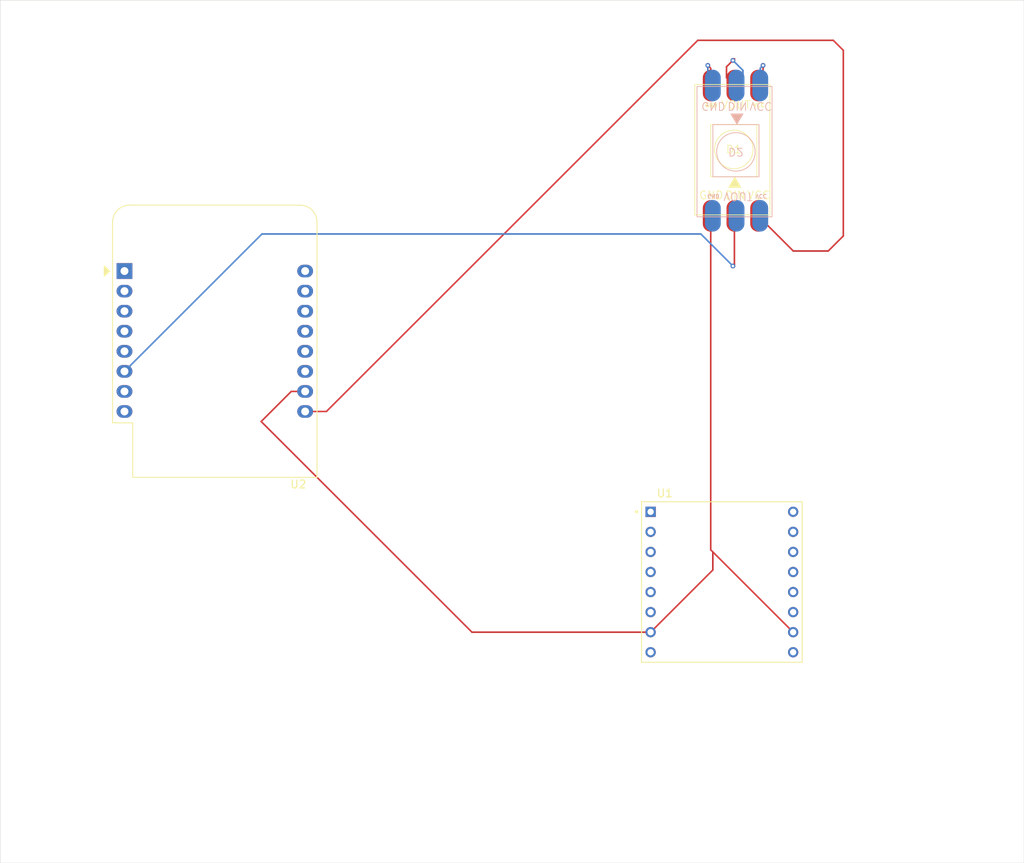
<source format=kicad_pcb>
(kicad_pcb (version 20221018) (generator pcbnew)
  (layers (0 "F.Cu" signal) (31 "B.Cu" signal) (34 "B.Paste" user) (35 "F.Paste" user) (36 "B.SilkS" user "B.Silkscreen") (37 "F.SilkS" user "F.Silkscreen") (38 "B.Mask" user) (39 "F.Mask" user) (44 "Edge.Cuts" user))
  (net 0 "")
  (net 20 "Net-(D1-DIN)")
  (net 29 "Net-(D1-DOUT)")
  (net 30 "Net-(U2-GND)")
  (net 31 "Net-(U2-5V)")
  (net 32 "Net-(D1-GND-Pad4)")
  (net 33 "Net-(D1-VCC-Pad6)")
  (footprint "Grenade_Stuff:DF-Player_mini" (layer "F.Cu") (at 224.663 100.965)
    (fp_text reference "U1" (at -7.225 -11.235) (layer "F.SilkS"))
    (fp_text value "DF-Player_mini")
    (fp_line (start -10.16 -10.16) (end 10.16 -10.16) (stroke (width 0.127)) (layer "F.SilkS"))
    (fp_line (start -10.16 10.16) (end -10.16 -10.16) (stroke (width 0.127)) (layer "F.SilkS"))
    (fp_line (start 10.16 -10.16) (end 10.16 10.16) (stroke (width 0.127)) (layer "F.SilkS"))
    (fp_line (start 10.16 10.16) (end -10.16 10.16) (stroke (width 0.127)) (layer "F.SilkS"))
    (fp_circle (center -10.8 -8.89) (end -10.7 -8.89) (stroke (width 0.2)) (fill none) (layer "F.SilkS"))
    (pad "1" thru_hole rect (at -9.017 -8.89) (size 1.308 1.308) (drill 0.8) (layers "*.Cu" "*.Mask"))
    (pad "2" thru_hole circle (at -9.017 -6.35) (size 1.308 1.308) (drill 0.8) (layers "*.Cu" "*.Mask"))
    (pad "3" thru_hole circle (at -9.017 -3.81) (size 1.308 1.308) (drill 0.8) (layers "*.Cu" "*.Mask"))
    (pad "4" thru_hole circle (at -9.017 -1.27) (size 1.308 1.308) (drill 0.8) (layers "*.Cu" "*.Mask"))
    (pad "5" thru_hole circle (at -9.017 1.27) (size 1.308 1.308) (drill 0.8) (layers "*.Cu" "*.Mask"))
    (pad "6" thru_hole circle (at -9.017 3.81) (size 1.308 1.308) (drill 0.8) (layers "*.Cu" "*.Mask"))
    (pad "7" thru_hole circle (at -9.017 6.35) (size 1.308 1.308) (drill 0.8) (layers "*.Cu" "*.Mask") (net 30 "Net-(U2-GND)"))
    (pad "8" thru_hole circle (at -9.017 8.89) (size 1.308 1.308) (drill 0.8) (layers "*.Cu" "*.Mask"))
    (pad "9" thru_hole circle (at 9.017 8.89) (size 1.308 1.308) (drill 0.8) (layers "*.Cu" "*.Mask"))
    (pad "10" thru_hole circle (at 9.017 6.35) (size 1.308 1.308) (drill 0.8) (layers "*.Cu" "*.Mask") (net 30 "Net-(U2-GND)"))
    (pad "11" thru_hole circle (at 9.017 3.81) (size 1.308 1.308) (drill 0.8) (layers "*.Cu" "*.Mask"))
    (pad "12" thru_hole circle (at 9.017 1.27) (size 1.308 1.308) (drill 0.8) (layers "*.Cu" "*.Mask"))
    (pad "13" thru_hole circle (at 9.017 -1.27) (size 1.308 1.308) (drill 0.8) (layers "*.Cu" "*.Mask"))
    (pad "14" thru_hole circle (at 9.017 -3.81) (size 1.308 1.308) (drill 0.8) (layers "*.Cu" "*.Mask"))
    (pad "15" thru_hole circle (at 9.017 -6.35) (size 1.308 1.308) (drill 0.8) (layers "*.Cu" "*.Mask"))
    (pad "16" thru_hole circle (at 9.017 -8.89) (size 1.308 1.308) (drill 0.8) (layers "*.Cu" "*.Mask"))
  )
  (footprint "Grenade_Stuff:NeoPixel_strip" (layer "F.Cu") (at 227.06 45.72)
    (fp_text reference "D1" (at -0.889 0.48141 unlocked) (layer "F.SilkS") (effects (font (thickness 0.1))))
    (fp_text value "WS2812B Neopixel")
    (fp_text user "VCC" (at 0.762 6.858 unlocked) (layer "F.SilkS") (effects (font (thickness 0.1)) (justify left bottom)))
    (fp_text user "GND" (at -4.572 -4.826 unlocked) (layer "F.SilkS") (effects (font (size 0.5 0.5) (thickness 0.1)) (justify left bottom)))
    (fp_text user "VOUT" (at -2.54 -4.572 unlocked) (layer "F.SilkS") (effects (font (thickness 0.1)) (justify left bottom)))
    (fp_text user "VCC" (at 1.524 -4.826 unlocked) (layer "F.SilkS") (effects (font (size 0.5 0.5) (thickness 0.1)) (justify left bottom)))
    (fp_text user "GND" (at -5.334 6.858 unlocked) (layer "F.SilkS") (effects (font (thickness 0.1)) (justify left bottom)))
    (fp_text user "DIN" (at -2.032 6.858 unlocked) (layer "F.SilkS") (effects (font (thickness 0.1)) (justify left bottom)))
    (fp_rect (start -5.817 -7.737) (end 3.683 8.763) (stroke (width 0.1)) (fill none) (layer "F.SilkS"))
    (fp_rect (start -3.81 -2.667) (end 2.032 3.937) (stroke (width 0.1)) (fill none) (layer "F.SilkS"))
    (fp_circle (center -0.889 0.48141) (end 0.635 2.38641) (stroke (width 0.1)) (fill none) (layer "F.SilkS"))
    (fp_poly (pts (xy -0.762 4.011706) (xy -1.524 5.281706) (xy 0 5.281706)) (stroke (width 0.1)) (fill solid) (layer "F.SilkS"))
    (pad "1" smd roundrect (at -3.81 8.89 90) (size 4 2) (layers "F.Cu" "F.Paste" "F.Mask") (roundrect_rratio 0.5) (net 30 "Net-(U2-GND)"))
    (pad "2" smd roundrect (at -0.81 8.89 90) (size 4 2) (layers "F.Cu" "F.Paste" "F.Mask") (roundrect_rratio 0.5) (net 20 "Net-(D1-DIN)"))
    (pad "3" smd roundrect (at 2.19 8.89 90) (size 4 2) (layers "F.Cu" "F.Paste" "F.Mask") (roundrect_rratio 0.5) (net 31 "Net-(U2-5V)"))
    (pad "4" smd roundrect (at -3.81 -7.61 90) (size 4 2) (layers "F.Cu" "F.Paste" "F.Mask") (roundrect_rratio 0.5) (net 32 "Net-(D1-GND-Pad4)"))
    (pad "5" smd roundrect (at -0.81 -7.61 90) (size 4 2) (layers "F.Cu" "F.Paste" "F.Mask") (roundrect_rratio 0.5) (net 29 "Net-(D1-DOUT)"))
    (pad "6" smd roundrect (at 2.19 -7.61 90) (size 4 2) (layers "F.Cu" "F.Paste" "F.Mask") (roundrect_rratio 0.5) (net 33 "Net-(D1-VCC-Pad6)"))
  )
  (footprint "Module:WEMOS_D1_mini_light" (layer "F.Cu") (at 149.075 61.595)
    (fp_text reference "U2" (at 22 27) (layer "F.SilkS"))
    (fp_text value "WeMos_D1_mini")
    (fp_line (start -1.5 19.22) (end -1.5 -6.21) (stroke (width 0.12)) (layer "F.SilkS"))
    (fp_line (start -1.5 19.22) (end 1.04 19.22) (stroke (width 0.12)) (layer "F.SilkS"))
    (fp_line (start 1.04 19.22) (end 1.04 26.12) (stroke (width 0.12)) (layer "F.SilkS"))
    (fp_line (start 1.04 26.12) (end 24.36 26.12) (stroke (width 0.12)) (layer "F.SilkS"))
    (fp_line (start 22.24 -8.34) (end 0.63 -8.34) (stroke (width 0.12)) (layer "F.SilkS"))
    (fp_line (start 24.36 26.12) (end 24.36 -6.21) (stroke (width 0.12)) (layer "F.SilkS"))
    (fp_arc (start -1.5 -6.21) (mid -0.876137 -7.716137) (end 0.63 -8.34) (stroke (width 0.12)) (layer "F.SilkS"))
    (fp_arc (start 22.23 -8.34) (mid 23.736137 -7.716137) (end 24.36 -6.21) (stroke (width 0.12)) (layer "F.SilkS"))
    (fp_poly (pts (xy -2.54 -0.635) (xy -2.54 0.635) (xy -1.905 0)) (stroke (width 0.15)) (fill solid) (layer "F.SilkS"))
    (pad "1" thru_hole rect (at 0 0) (size 2 2) (drill 1) (layers "*.Cu" "*.Mask"))
    (pad "2" thru_hole oval (at 0 2.54) (size 2 1.6) (drill 1) (layers "*.Cu" "*.Mask"))
    (pad "3" thru_hole oval (at 0 5.08) (size 2 1.6) (drill 1) (layers "*.Cu" "*.Mask"))
    (pad "4" thru_hole oval (at 0 7.62) (size 2 1.6) (drill 1) (layers "*.Cu" "*.Mask"))
    (pad "5" thru_hole oval (at 0 10.16) (size 2 1.6) (drill 1) (layers "*.Cu" "*.Mask"))
    (pad "6" thru_hole oval (at 0 12.7) (size 2 1.6) (drill 1) (layers "*.Cu" "*.Mask") (net 20 "Net-(D1-DIN)"))
    (pad "7" thru_hole oval (at 0 15.24) (size 2 1.6) (drill 1) (layers "*.Cu" "*.Mask"))
    (pad "8" thru_hole oval (at 0 17.78) (size 2 1.6) (drill 1) (layers "*.Cu" "*.Mask"))
    (pad "9" thru_hole oval (at 22.86 17.78) (size 2 1.6) (drill 1) (layers "*.Cu" "*.Mask") (net 31 "Net-(U2-5V)"))
    (pad "10" thru_hole oval (at 22.86 15.24) (size 2 1.6) (drill 1) (layers "*.Cu" "*.Mask") (net 30 "Net-(U2-GND)"))
    (pad "11" thru_hole oval (at 22.86 12.7) (size 2 1.6) (drill 1) (layers "*.Cu" "*.Mask"))
    (pad "12" thru_hole oval (at 22.86 10.16) (size 2 1.6) (drill 1) (layers "*.Cu" "*.Mask"))
    (pad "13" thru_hole oval (at 22.86 7.62) (size 2 1.6) (drill 1) (layers "*.Cu" "*.Mask"))
    (pad "14" thru_hole oval (at 22.86 5.08) (size 2 1.6) (drill 1) (layers "*.Cu" "*.Mask"))
    (pad "15" thru_hole oval (at 22.86 2.54) (size 2 1.6) (drill 1) (layers "*.Cu" "*.Mask"))
    (pad "16" thru_hole oval (at 22.86 0) (size 2 1.6) (drill 1) (layers "*.Cu" "*.Mask"))
  )
  (footprint "Grenade_Stuff:NeoPixel_strip" (layer "B.Cu") (at 227.33 46.99)
    (fp_text reference "D2" (at -0.889 -0.48141 180 unlocked) (layer "B.SilkS") (effects (font (thickness 0.1)) (justify mirror)))
    (fp_text value "WS2812B Neopixel")
    (fp_text user "VOUT" (at -2.54 4.572 180 unlocked) (layer "B.SilkS") (effects (font (thickness 0.1)) (justify left bottom mirror)))
    (fp_text user "VCC" (at 0.762 -6.858 180 unlocked) (layer "B.SilkS") (effects (font (thickness 0.1)) (justify left bottom mirror)))
    (fp_text user "VCC" (at 1.524 4.826 180 unlocked) (layer "B.SilkS") (effects (font (size 0.5 0.5) (thickness 0.1)) (justify left bottom mirror)))
    (fp_text user "GND" (at -4.572 4.826 180 unlocked) (layer "B.SilkS") (effects (font (size 0.5 0.5) (thickness 0.1)) (justify left bottom mirror)))
    (fp_text user "DIN" (at -2.032 -6.858 180 unlocked) (layer "B.SilkS") (effects (font (thickness 0.1)) (justify left bottom mirror)))
    (fp_text user "GND" (at -5.334 -6.858 180 unlocked) (layer "B.SilkS") (effects (font (thickness 0.1)) (justify left bottom mirror)))
    (fp_rect (start -5.817 7.737) (end 3.683 -8.763) (stroke (width 0.1)) (fill none) (layer "B.SilkS"))
    (fp_rect (start -3.81 2.667) (end 2.032 -3.937) (stroke (width 0.1)) (fill none) (layer "B.SilkS"))
    (fp_circle (center -0.889 -0.48141) (end 0.635 -2.38641) (stroke (width 0.1)) (fill none) (layer "B.SilkS"))
    (fp_poly (pts (xy -0.762 -4.011706) (xy -1.524 -5.281706) (xy 0 -5.281706)) (stroke (width 0.1)) (fill solid) (layer "B.SilkS"))
    (pad "1" smd roundrect (at -3.81 -8.89 270) (size 4 2) (layers "B.Cu" "B.Paste" "B.Mask") (roundrect_rratio 0.5) (net 32 "Net-(D1-GND-Pad4)"))
    (pad "2" smd roundrect (at -0.81 -8.89 270) (size 4 2) (layers "B.Cu" "B.Paste" "B.Mask") (roundrect_rratio 0.5) (net 29 "Net-(D1-DOUT)"))
    (pad "3" smd roundrect (at 2.19 -8.89 270) (size 4 2) (layers "B.Cu" "B.Paste" "B.Mask") (roundrect_rratio 0.5) (net 33 "Net-(D1-VCC-Pad6)"))
    (pad "4" smd roundrect (at -3.81 7.61 270) (size 4 2) (layers "B.Cu" "B.Paste" "B.Mask") (roundrect_rratio 0.5))
    (pad "5" smd roundrect (at -0.81 7.61 270) (size 4 2) (layers "B.Cu" "B.Paste" "B.Mask") (roundrect_rratio 0.5))
    (pad "6" smd roundrect (at 2.19 7.61 270) (size 4 2) (layers "B.Cu" "B.Paste" "B.Mask") (roundrect_rratio 0.5))
  )
  (gr_rect (start 133.35 27.305) (end 262.89 136.525) (stroke (width 0.05)) (fill none) (layer "Edge.Cuts"))
  (segment (start 226.06 60.96) (end 226.25 60.77) (width 0.2) (layer "F.Cu") (net 20))
  (segment (start 226.25 60.77) (end 226.25 54.61) (width 0.2) (layer "F.Cu") (net 20))
  (via (at 226.06 60.96) (size 0.6) (drill 0.3) (layers "F.Cu" "B.Cu") (net 20))
  (segment (start 222 56.9) (end 226.06 60.96) (width 0.2) (layer "B.Cu") (net 20))
  (segment (start 149.075 74.295) (end 166.47 56.9) (width 0.2) (layer "B.Cu") (net 20))
  (segment (start 166.47 56.9) (end 222 56.9) (width 0.2) (layer "B.Cu") (net 20))
  (segment (start 226.25 38.11) (end 225.25 37.11) (width 0.2) (layer "F.Cu") (net 29))
  (segment (start 225.25 37.11) (end 225.25 35.735) (width 0.2) (layer "F.Cu") (net 29))
  (segment (start 225.25 35.735) (end 226.06 34.925) (width 0.2) (layer "F.Cu") (net 29))
  (segment (start 226.06 34.925) (end 226.270736 34.714264) (width 0.2) (layer "F.Cu") (net 29))
  (via (at 226.06 34.925) (size 0.6) (drill 0.3) (layers "F.Cu" "B.Cu") (net 29))
  (segment (start 227.33 36.195) (end 227.33 37.29) (width 0.2) (layer "B.Cu") (net 29))
  (segment (start 226.06 34.925) (end 227.33 36.195) (width 0.2) (layer "B.Cu") (net 29))
  (segment (start 227.33 37.29) (end 226.52 38.1) (width 0.2) (layer "B.Cu") (net 29))
  (segment (start 223.52 99.441) (end 215.646 107.315) (width 0.2) (layer "F.Cu") (net 30))
  (segment (start 223.52 97.155) (end 233.68 107.315) (width 0.2) (layer "F.Cu") (net 30))
  (segment (start 166.37 80.645) (end 170.18 76.835) (width 0.2) (layer "F.Cu") (net 30))
  (segment (start 193.04 107.315) (end 166.37 80.645) (width 0.2) (layer "F.Cu") (net 30))
  (segment (start 215.646 107.315) (end 193.04 107.315) (width 0.2) (layer "F.Cu") (net 30))
  (segment (start 223.52 97.155) (end 223.52 99.441) (width 0.2) (layer "F.Cu") (net 30))
  (segment (start 223.25 54.61) (end 223.25 96.885) (width 0.2) (layer "F.Cu") (net 30))
  (segment (start 170.18 76.835) (end 171.935 76.835) (width 0.2) (layer "F.Cu") (net 30))
  (segment (start 223.25 96.885) (end 223.52 97.155) (width 0.2) (layer "F.Cu") (net 30))
  (segment (start 233.695 59.055) (end 229.25 54.61) (width 0.2) (layer "F.Cu") (net 31))
  (segment (start 171.935 79.375) (end 174.625 79.375) (width 0.2) (layer "F.Cu") (net 31))
  (segment (start 238.76 32.385) (end 240.03 33.655) (width 0.2) (layer "F.Cu") (net 31))
  (segment (start 240.03 57.15) (end 238.125 59.055) (width 0.2) (layer "F.Cu") (net 31))
  (segment (start 238.125 59.055) (end 233.695 59.055) (width 0.2) (layer "F.Cu") (net 31))
  (segment (start 174.625 79.375) (end 221.615 32.385) (width 0.2) (layer "F.Cu") (net 31))
  (segment (start 240.03 33.655) (end 240.03 57.15) (width 0.2) (layer "F.Cu") (net 31))
  (segment (start 221.615 32.385) (end 238.76 32.385) (width 0.2) (layer "F.Cu") (net 31))
  (segment (start 223.25 35.925) (end 222.885 35.56) (width 0.2) (layer "F.Cu") (net 32))
  (segment (start 223.25 38.11) (end 223.25 35.925) (width 0.2) (layer "F.Cu") (net 32))
  (via (at 222.885 35.56) (size 0.6) (drill 0.3) (layers "F.Cu" "B.Cu") (net 32))
  (segment (start 222.885 37.465) (end 223.52 38.1) (width 0.2) (layer "B.Cu") (net 32))
  (segment (start 222.885 35.56) (end 222.885 37.465) (width 0.2) (layer "B.Cu") (net 32))
  (segment (start 229.25 38.11) (end 229.87 37.49) (width 0.2) (layer "F.Cu") (net 33))
  (segment (start 229.87 37.49) (end 229.87 35.56) (width 0.2) (layer "F.Cu") (net 33))
  (via (at 229.87 35.56) (size 0.6) (drill 0.3) (layers "F.Cu" "B.Cu") (net 33))
  (segment (start 229.52 35.91) (end 229.52 38.1) (width 0.2) (layer "B.Cu") (net 33))
  (segment (start 229.87 35.56) (end 229.52 35.91) (width 0.2) (layer "B.Cu") (net 33))
)
</source>
